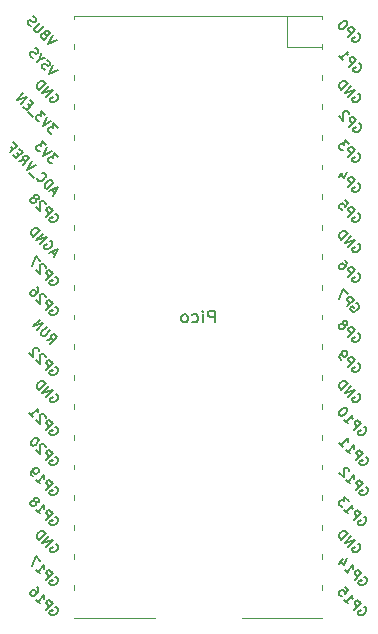
<source format=gbr>
%TF.GenerationSoftware,KiCad,Pcbnew,(5.1.10)-1*%
%TF.CreationDate,2022-09-07T09:40:49-04:00*%
%TF.ProjectId,BlenderMacroBoardPCB,426c656e-6465-4724-9d61-63726f426f61,rev?*%
%TF.SameCoordinates,Original*%
%TF.FileFunction,Legend,Bot*%
%TF.FilePolarity,Positive*%
%FSLAX46Y46*%
G04 Gerber Fmt 4.6, Leading zero omitted, Abs format (unit mm)*
G04 Created by KiCad (PCBNEW (5.1.10)-1) date 2022-09-07 09:40:49*
%MOMM*%
%LPD*%
G01*
G04 APERTURE LIST*
%ADD10C,0.120000*%
%ADD11C,0.150000*%
G04 APERTURE END LIST*
D10*
%TO.C,Pico*%
X139360000Y-94715000D02*
X146160000Y-94715000D01*
X139360000Y-84315000D02*
X139360000Y-84715000D01*
X139360000Y-76615000D02*
X139360000Y-77015000D01*
X139360000Y-51215000D02*
X139360000Y-51615000D01*
X139360000Y-43715000D02*
X139360000Y-44015000D01*
X139360000Y-66515000D02*
X139360000Y-66915000D01*
X139360000Y-81715000D02*
X139360000Y-82115000D01*
X139360000Y-61415000D02*
X139360000Y-61815000D01*
X139360000Y-56315000D02*
X139360000Y-56715000D01*
X139360000Y-69015000D02*
X139360000Y-69415000D01*
X139360000Y-74115000D02*
X139360000Y-74515000D01*
X139360000Y-89315000D02*
X139360000Y-89715000D01*
X139360000Y-91915000D02*
X139360000Y-92315000D01*
X139360000Y-86815000D02*
X139360000Y-87215000D01*
X139360000Y-53815000D02*
X139360000Y-54215000D01*
X139360000Y-46115000D02*
X139360000Y-46515000D01*
X139360000Y-48715000D02*
X139360000Y-49115000D01*
X139360000Y-79215000D02*
X139360000Y-79615000D01*
X139360000Y-71515000D02*
X139360000Y-71915000D01*
X139360000Y-63915000D02*
X139360000Y-64315000D01*
X139360000Y-58815000D02*
X139360000Y-59215000D01*
X160360000Y-91915000D02*
X160360000Y-92315000D01*
X160360000Y-89315000D02*
X160360000Y-89715000D01*
X160360000Y-86815000D02*
X160360000Y-87215000D01*
X160360000Y-84315000D02*
X160360000Y-84715000D01*
X160360000Y-81715000D02*
X160360000Y-82115000D01*
X160360000Y-79215000D02*
X160360000Y-79615000D01*
X160360000Y-76615000D02*
X160360000Y-77015000D01*
X160360000Y-74115000D02*
X160360000Y-74515000D01*
X160360000Y-71515000D02*
X160360000Y-71915000D01*
X160360000Y-69015000D02*
X160360000Y-69415000D01*
X160360000Y-66515000D02*
X160360000Y-66915000D01*
X160360000Y-63915000D02*
X160360000Y-64315000D01*
X160360000Y-61415000D02*
X160360000Y-61815000D01*
X160360000Y-58815000D02*
X160360000Y-59215000D01*
X160360000Y-56315000D02*
X160360000Y-56715000D01*
X160360000Y-53815000D02*
X160360000Y-54215000D01*
X160360000Y-51215000D02*
X160360000Y-51615000D01*
X160360000Y-48715000D02*
X160360000Y-49115000D01*
X160360000Y-46115000D02*
X160360000Y-46515000D01*
X160360000Y-43715000D02*
X160360000Y-44015000D01*
X157353000Y-46382000D02*
X157353000Y-43715000D01*
X160360000Y-46382000D02*
X157353000Y-46382000D01*
X153560000Y-94715000D02*
X160360000Y-94715000D01*
X160360000Y-43715000D02*
X139360000Y-43715000D01*
D11*
X151240952Y-69667380D02*
X151240952Y-68667380D01*
X150860000Y-68667380D01*
X150764761Y-68715000D01*
X150717142Y-68762619D01*
X150669523Y-68857857D01*
X150669523Y-69000714D01*
X150717142Y-69095952D01*
X150764761Y-69143571D01*
X150860000Y-69191190D01*
X151240952Y-69191190D01*
X150240952Y-69667380D02*
X150240952Y-69000714D01*
X150240952Y-68667380D02*
X150288571Y-68715000D01*
X150240952Y-68762619D01*
X150193333Y-68715000D01*
X150240952Y-68667380D01*
X150240952Y-68762619D01*
X149336190Y-69619761D02*
X149431428Y-69667380D01*
X149621904Y-69667380D01*
X149717142Y-69619761D01*
X149764761Y-69572142D01*
X149812380Y-69476904D01*
X149812380Y-69191190D01*
X149764761Y-69095952D01*
X149717142Y-69048333D01*
X149621904Y-69000714D01*
X149431428Y-69000714D01*
X149336190Y-69048333D01*
X148764761Y-69667380D02*
X148860000Y-69619761D01*
X148907619Y-69572142D01*
X148955238Y-69476904D01*
X148955238Y-69191190D01*
X148907619Y-69095952D01*
X148860000Y-69048333D01*
X148764761Y-69000714D01*
X148621904Y-69000714D01*
X148526666Y-69048333D01*
X148479047Y-69095952D01*
X148431428Y-69191190D01*
X148431428Y-69476904D01*
X148479047Y-69572142D01*
X148526666Y-69619761D01*
X148621904Y-69667380D01*
X148764761Y-69667380D01*
X137708402Y-63955964D02*
X137439028Y-63686590D01*
X137600653Y-64171463D02*
X137977776Y-63417216D01*
X137223529Y-63794340D01*
X137277404Y-62770719D02*
X137358216Y-62797656D01*
X137439028Y-62878468D01*
X137492903Y-62986218D01*
X137492903Y-63093967D01*
X137465966Y-63174780D01*
X137385154Y-63309467D01*
X137304341Y-63390279D01*
X137169654Y-63471091D01*
X137088842Y-63498028D01*
X136981093Y-63498028D01*
X136873343Y-63444154D01*
X136819468Y-63390279D01*
X136765593Y-63282529D01*
X136765593Y-63228654D01*
X136954155Y-63040093D01*
X137061905Y-63147842D01*
X136469282Y-63040093D02*
X137034967Y-62474407D01*
X136146033Y-62716844D01*
X136711719Y-62151158D01*
X135876659Y-62447470D02*
X136442345Y-61881784D01*
X136307658Y-61747097D01*
X136199908Y-61693223D01*
X136092158Y-61693223D01*
X136011346Y-61720160D01*
X135876659Y-61800972D01*
X135795847Y-61881784D01*
X135715035Y-62016471D01*
X135688097Y-62097284D01*
X135688097Y-62205033D01*
X135741972Y-62312783D01*
X135876659Y-62447470D01*
X137773841Y-50313155D02*
X137854653Y-50340093D01*
X137935465Y-50420905D01*
X137989340Y-50528654D01*
X137989340Y-50636404D01*
X137962402Y-50717216D01*
X137881590Y-50851903D01*
X137800778Y-50932715D01*
X137666091Y-51013528D01*
X137585279Y-51040465D01*
X137477529Y-51040465D01*
X137369780Y-50986590D01*
X137315905Y-50932715D01*
X137262030Y-50824966D01*
X137262030Y-50771091D01*
X137450592Y-50582529D01*
X137558341Y-50690279D01*
X136965719Y-50582529D02*
X137531404Y-50016844D01*
X136642470Y-50259280D01*
X137208155Y-49693595D01*
X136373096Y-49989906D02*
X136938781Y-49424221D01*
X136804094Y-49289534D01*
X136696345Y-49235659D01*
X136588595Y-49235659D01*
X136507783Y-49262597D01*
X136373096Y-49343409D01*
X136292284Y-49424221D01*
X136211471Y-49558908D01*
X136184534Y-49639720D01*
X136184534Y-49747470D01*
X136238409Y-49855219D01*
X136373096Y-49989906D01*
X137773841Y-75713155D02*
X137854653Y-75740093D01*
X137935465Y-75820905D01*
X137989340Y-75928654D01*
X137989340Y-76036404D01*
X137962402Y-76117216D01*
X137881590Y-76251903D01*
X137800778Y-76332715D01*
X137666091Y-76413528D01*
X137585279Y-76440465D01*
X137477529Y-76440465D01*
X137369780Y-76386590D01*
X137315905Y-76332715D01*
X137262030Y-76224966D01*
X137262030Y-76171091D01*
X137450592Y-75982529D01*
X137558341Y-76090279D01*
X136965719Y-75982529D02*
X137531404Y-75416844D01*
X136642470Y-75659280D01*
X137208155Y-75093595D01*
X136373096Y-75389906D02*
X136938781Y-74824221D01*
X136804094Y-74689534D01*
X136696345Y-74635659D01*
X136588595Y-74635659D01*
X136507783Y-74662597D01*
X136373096Y-74743409D01*
X136292284Y-74824221D01*
X136211471Y-74958908D01*
X136184534Y-75039720D01*
X136184534Y-75147470D01*
X136238409Y-75255219D01*
X136373096Y-75389906D01*
X137773841Y-88413155D02*
X137854653Y-88440093D01*
X137935465Y-88520905D01*
X137989340Y-88628654D01*
X137989340Y-88736404D01*
X137962402Y-88817216D01*
X137881590Y-88951903D01*
X137800778Y-89032715D01*
X137666091Y-89113528D01*
X137585279Y-89140465D01*
X137477529Y-89140465D01*
X137369780Y-89086590D01*
X137315905Y-89032715D01*
X137262030Y-88924966D01*
X137262030Y-88871091D01*
X137450592Y-88682529D01*
X137558341Y-88790279D01*
X136965719Y-88682529D02*
X137531404Y-88116844D01*
X136642470Y-88359280D01*
X137208155Y-87793595D01*
X136373096Y-88089906D02*
X136938781Y-87524221D01*
X136804094Y-87389534D01*
X136696345Y-87335659D01*
X136588595Y-87335659D01*
X136507783Y-87362597D01*
X136373096Y-87443409D01*
X136292284Y-87524221D01*
X136211471Y-87658908D01*
X136184534Y-87739720D01*
X136184534Y-87847470D01*
X136238409Y-87955219D01*
X136373096Y-88089906D01*
X163373841Y-88413155D02*
X163454653Y-88440093D01*
X163535465Y-88520905D01*
X163589340Y-88628654D01*
X163589340Y-88736404D01*
X163562402Y-88817216D01*
X163481590Y-88951903D01*
X163400778Y-89032715D01*
X163266091Y-89113528D01*
X163185279Y-89140465D01*
X163077529Y-89140465D01*
X162969780Y-89086590D01*
X162915905Y-89032715D01*
X162862030Y-88924966D01*
X162862030Y-88871091D01*
X163050592Y-88682529D01*
X163158341Y-88790279D01*
X162565719Y-88682529D02*
X163131404Y-88116844D01*
X162242470Y-88359280D01*
X162808155Y-87793595D01*
X161973096Y-88089906D02*
X162538781Y-87524221D01*
X162404094Y-87389534D01*
X162296345Y-87335659D01*
X162188595Y-87335659D01*
X162107783Y-87362597D01*
X161973096Y-87443409D01*
X161892284Y-87524221D01*
X161811471Y-87658908D01*
X161784534Y-87739720D01*
X161784534Y-87847470D01*
X161838409Y-87955219D01*
X161973096Y-88089906D01*
X163373841Y-75713155D02*
X163454653Y-75740093D01*
X163535465Y-75820905D01*
X163589340Y-75928654D01*
X163589340Y-76036404D01*
X163562402Y-76117216D01*
X163481590Y-76251903D01*
X163400778Y-76332715D01*
X163266091Y-76413528D01*
X163185279Y-76440465D01*
X163077529Y-76440465D01*
X162969780Y-76386590D01*
X162915905Y-76332715D01*
X162862030Y-76224966D01*
X162862030Y-76171091D01*
X163050592Y-75982529D01*
X163158341Y-76090279D01*
X162565719Y-75982529D02*
X163131404Y-75416844D01*
X162242470Y-75659280D01*
X162808155Y-75093595D01*
X161973096Y-75389906D02*
X162538781Y-74824221D01*
X162404094Y-74689534D01*
X162296345Y-74635659D01*
X162188595Y-74635659D01*
X162107783Y-74662597D01*
X161973096Y-74743409D01*
X161892284Y-74824221D01*
X161811471Y-74958908D01*
X161784534Y-75039720D01*
X161784534Y-75147470D01*
X161838409Y-75255219D01*
X161973096Y-75389906D01*
X163373841Y-63013155D02*
X163454653Y-63040093D01*
X163535465Y-63120905D01*
X163589340Y-63228654D01*
X163589340Y-63336404D01*
X163562402Y-63417216D01*
X163481590Y-63551903D01*
X163400778Y-63632715D01*
X163266091Y-63713528D01*
X163185279Y-63740465D01*
X163077529Y-63740465D01*
X162969780Y-63686590D01*
X162915905Y-63632715D01*
X162862030Y-63524966D01*
X162862030Y-63471091D01*
X163050592Y-63282529D01*
X163158341Y-63390279D01*
X162565719Y-63282529D02*
X163131404Y-62716844D01*
X162242470Y-62959280D01*
X162808155Y-62393595D01*
X161973096Y-62689906D02*
X162538781Y-62124221D01*
X162404094Y-61989534D01*
X162296345Y-61935659D01*
X162188595Y-61935659D01*
X162107783Y-61962597D01*
X161973096Y-62043409D01*
X161892284Y-62124221D01*
X161811471Y-62258908D01*
X161784534Y-62339720D01*
X161784534Y-62447470D01*
X161838409Y-62555219D01*
X161973096Y-62689906D01*
X163373841Y-50313155D02*
X163454653Y-50340093D01*
X163535465Y-50420905D01*
X163589340Y-50528654D01*
X163589340Y-50636404D01*
X163562402Y-50717216D01*
X163481590Y-50851903D01*
X163400778Y-50932715D01*
X163266091Y-51013528D01*
X163185279Y-51040465D01*
X163077529Y-51040465D01*
X162969780Y-50986590D01*
X162915905Y-50932715D01*
X162862030Y-50824966D01*
X162862030Y-50771091D01*
X163050592Y-50582529D01*
X163158341Y-50690279D01*
X162565719Y-50582529D02*
X163131404Y-50016844D01*
X162242470Y-50259280D01*
X162808155Y-49693595D01*
X161973096Y-49989906D02*
X162538781Y-49424221D01*
X162404094Y-49289534D01*
X162296345Y-49235659D01*
X162188595Y-49235659D01*
X162107783Y-49262597D01*
X161973096Y-49343409D01*
X161892284Y-49424221D01*
X161811471Y-49558908D01*
X161784534Y-49639720D01*
X161784534Y-49747470D01*
X161838409Y-49855219D01*
X161973096Y-49989906D01*
X137906870Y-45742309D02*
X137152622Y-46119433D01*
X137529746Y-45365186D01*
X136883248Y-45257436D02*
X136775499Y-45203561D01*
X136721624Y-45203561D01*
X136640812Y-45230499D01*
X136560000Y-45311311D01*
X136533062Y-45392123D01*
X136533062Y-45445998D01*
X136560000Y-45526810D01*
X136775499Y-45742309D01*
X137341184Y-45176624D01*
X137152622Y-44988062D01*
X137071810Y-44961125D01*
X137017935Y-44961125D01*
X136937123Y-44988062D01*
X136883248Y-45041937D01*
X136856311Y-45122749D01*
X136856311Y-45176624D01*
X136883248Y-45257436D01*
X137071810Y-45445998D01*
X136775499Y-44610938D02*
X136317563Y-45068874D01*
X136236751Y-45095812D01*
X136182876Y-45095812D01*
X136102064Y-45068874D01*
X135994314Y-44961125D01*
X135967377Y-44880312D01*
X135967377Y-44826438D01*
X135994314Y-44745625D01*
X136452250Y-44287690D01*
X135671065Y-44584001D02*
X135563316Y-44530126D01*
X135428629Y-44395439D01*
X135401691Y-44314627D01*
X135401691Y-44260752D01*
X135428629Y-44179940D01*
X135482503Y-44126065D01*
X135563316Y-44099128D01*
X135617190Y-44099128D01*
X135698003Y-44126065D01*
X135832690Y-44206877D01*
X135913502Y-44233815D01*
X135967377Y-44233815D01*
X136048189Y-44206877D01*
X136102064Y-44153003D01*
X136129001Y-44072190D01*
X136129001Y-44018316D01*
X136102064Y-43937503D01*
X135967377Y-43802816D01*
X135859627Y-43748942D01*
X137939526Y-48284966D02*
X137185279Y-48662089D01*
X137562402Y-47907842D01*
X136862030Y-48284966D02*
X136754280Y-48231091D01*
X136619593Y-48096404D01*
X136592656Y-48015592D01*
X136592656Y-47961717D01*
X136619593Y-47880905D01*
X136673468Y-47827030D01*
X136754280Y-47800093D01*
X136808155Y-47800093D01*
X136888967Y-47827030D01*
X137023654Y-47907842D01*
X137104467Y-47934780D01*
X137158341Y-47934780D01*
X137239154Y-47907842D01*
X137293028Y-47853967D01*
X137319966Y-47773155D01*
X137319966Y-47719280D01*
X137293028Y-47638468D01*
X137158341Y-47503781D01*
X137050592Y-47449906D01*
X136431032Y-47369094D02*
X136161658Y-47638468D01*
X136915905Y-47261345D02*
X136431032Y-47369094D01*
X136538781Y-46884221D01*
X135838409Y-47261345D02*
X135730659Y-47207470D01*
X135595972Y-47072783D01*
X135569035Y-46991971D01*
X135569035Y-46938096D01*
X135595972Y-46857284D01*
X135649847Y-46803409D01*
X135730659Y-46776471D01*
X135784534Y-46776471D01*
X135865346Y-46803409D01*
X136000033Y-46884221D01*
X136080845Y-46911158D01*
X136134720Y-46911158D01*
X136215532Y-46884221D01*
X136269407Y-46830346D01*
X136296345Y-46749534D01*
X136296345Y-46695659D01*
X136269407Y-46614847D01*
X136134720Y-46480160D01*
X136026971Y-46426285D01*
X137937868Y-53173308D02*
X137587682Y-52823122D01*
X137560744Y-53227183D01*
X137479932Y-53146370D01*
X137399120Y-53119433D01*
X137345245Y-53119433D01*
X137264433Y-53146370D01*
X137129746Y-53281057D01*
X137102809Y-53361870D01*
X137102809Y-53415744D01*
X137129746Y-53496557D01*
X137291370Y-53658181D01*
X137372183Y-53685118D01*
X137426057Y-53685118D01*
X137426057Y-52661497D02*
X136671810Y-53038621D01*
X137048934Y-52284374D01*
X136914247Y-52149687D02*
X136564061Y-51799500D01*
X136537123Y-52203561D01*
X136456311Y-52122749D01*
X136375499Y-52095812D01*
X136321624Y-52095812D01*
X136240812Y-52122749D01*
X136106125Y-52257436D01*
X136079187Y-52338248D01*
X136079187Y-52392123D01*
X136106125Y-52472935D01*
X136267749Y-52634560D01*
X136348561Y-52661497D01*
X136402436Y-52661497D01*
X135836751Y-52311311D02*
X135405752Y-51880312D01*
X135621251Y-51395439D02*
X135432690Y-51206877D01*
X135055566Y-51422377D02*
X135324940Y-51691751D01*
X135890625Y-51126065D01*
X135621251Y-50856691D01*
X134813129Y-51179940D02*
X135378815Y-50614255D01*
X134489881Y-50856691D01*
X135055566Y-50291006D01*
X137970152Y-55705592D02*
X137619966Y-55355406D01*
X137593028Y-55759467D01*
X137512216Y-55678654D01*
X137431404Y-55651717D01*
X137377529Y-55651717D01*
X137296717Y-55678654D01*
X137162030Y-55813341D01*
X137135093Y-55894154D01*
X137135093Y-55948028D01*
X137162030Y-56028841D01*
X137323654Y-56190465D01*
X137404467Y-56217402D01*
X137458341Y-56217402D01*
X137458341Y-55193781D02*
X136704094Y-55570905D01*
X137081218Y-54816658D01*
X136946531Y-54681971D02*
X136596345Y-54331784D01*
X136569407Y-54735845D01*
X136488595Y-54655033D01*
X136407783Y-54628096D01*
X136353908Y-54628096D01*
X136273096Y-54655033D01*
X136138409Y-54789720D01*
X136111471Y-54870532D01*
X136111471Y-54924407D01*
X136138409Y-55005219D01*
X136300033Y-55166844D01*
X136380845Y-55193781D01*
X136434720Y-55193781D01*
X137705211Y-58748773D02*
X137435837Y-58479399D01*
X137597462Y-58964272D02*
X137974585Y-58210025D01*
X137220338Y-58587149D01*
X137031776Y-58398587D02*
X137597462Y-57832902D01*
X137462775Y-57698215D01*
X137355025Y-57644340D01*
X137247276Y-57644340D01*
X137166463Y-57671277D01*
X137031776Y-57752089D01*
X136950964Y-57832902D01*
X136870152Y-57967589D01*
X136843215Y-58048401D01*
X136843215Y-58156150D01*
X136897089Y-58263900D01*
X137031776Y-58398587D01*
X136196717Y-57455778D02*
X136196717Y-57509653D01*
X136250592Y-57617402D01*
X136304467Y-57671277D01*
X136412216Y-57725152D01*
X136519966Y-57725152D01*
X136600778Y-57698215D01*
X136735465Y-57617402D01*
X136816277Y-57536590D01*
X136897089Y-57401903D01*
X136924027Y-57321091D01*
X136924027Y-57213341D01*
X136870152Y-57105592D01*
X136816277Y-57051717D01*
X136708528Y-56997842D01*
X136654653Y-56997842D01*
X135981218Y-57455778D02*
X135550219Y-57024780D01*
X136115905Y-56351345D02*
X135361658Y-56728468D01*
X135738781Y-55974221D01*
X134661285Y-56028096D02*
X135119221Y-55947284D01*
X134984534Y-56351345D02*
X135550219Y-55785659D01*
X135334720Y-55570160D01*
X135253908Y-55543223D01*
X135200033Y-55543223D01*
X135119221Y-55570160D01*
X135038409Y-55650972D01*
X135011471Y-55731784D01*
X135011471Y-55785659D01*
X135038409Y-55866471D01*
X135253908Y-56081971D01*
X134715160Y-55489348D02*
X134526598Y-55300786D01*
X134149475Y-55516285D02*
X134418849Y-55785659D01*
X134984534Y-55219974D01*
X134715160Y-54950600D01*
X134014788Y-54788975D02*
X134203349Y-54977537D01*
X133907038Y-55273849D02*
X134472723Y-54708163D01*
X134203349Y-54438789D01*
X137762277Y-60461592D02*
X137843089Y-60488529D01*
X137923902Y-60569341D01*
X137977776Y-60677091D01*
X137977776Y-60784841D01*
X137950839Y-60865653D01*
X137870027Y-61000340D01*
X137789215Y-61081152D01*
X137654528Y-61161964D01*
X137573715Y-61188902D01*
X137465966Y-61188902D01*
X137358216Y-61135027D01*
X137304341Y-61081152D01*
X137250467Y-60973402D01*
X137250467Y-60919528D01*
X137439028Y-60730966D01*
X137546778Y-60838715D01*
X136954155Y-60730966D02*
X137519841Y-60165280D01*
X137304341Y-59949781D01*
X137223529Y-59922844D01*
X137169654Y-59922844D01*
X137088842Y-59949781D01*
X137008030Y-60030593D01*
X136981093Y-60111406D01*
X136981093Y-60165280D01*
X137008030Y-60246093D01*
X137223529Y-60461592D01*
X136927218Y-59680407D02*
X136927218Y-59626532D01*
X136900280Y-59545720D01*
X136765593Y-59411033D01*
X136684781Y-59384096D01*
X136630906Y-59384096D01*
X136550094Y-59411033D01*
X136496219Y-59464908D01*
X136442345Y-59572658D01*
X136442345Y-60219155D01*
X136092158Y-59868969D01*
X136092158Y-59222471D02*
X136172971Y-59249409D01*
X136226845Y-59249409D01*
X136307658Y-59222471D01*
X136334595Y-59195534D01*
X136361532Y-59114722D01*
X136361532Y-59060847D01*
X136334595Y-58980035D01*
X136226845Y-58872285D01*
X136146033Y-58845348D01*
X136092158Y-58845348D01*
X136011346Y-58872285D01*
X135984409Y-58899223D01*
X135957471Y-58980035D01*
X135957471Y-59033910D01*
X135984409Y-59114722D01*
X136092158Y-59222471D01*
X136119096Y-59303284D01*
X136119096Y-59357158D01*
X136092158Y-59437971D01*
X135984409Y-59545720D01*
X135903597Y-59572658D01*
X135849722Y-59572658D01*
X135768910Y-59545720D01*
X135661160Y-59437971D01*
X135634223Y-59357158D01*
X135634223Y-59303284D01*
X135661160Y-59222471D01*
X135768910Y-59114722D01*
X135849722Y-59087784D01*
X135903597Y-59087784D01*
X135984409Y-59114722D01*
X137762277Y-65805592D02*
X137843089Y-65832529D01*
X137923902Y-65913341D01*
X137977776Y-66021091D01*
X137977776Y-66128841D01*
X137950839Y-66209653D01*
X137870027Y-66344340D01*
X137789215Y-66425152D01*
X137654528Y-66505964D01*
X137573715Y-66532902D01*
X137465966Y-66532902D01*
X137358216Y-66479027D01*
X137304341Y-66425152D01*
X137250467Y-66317402D01*
X137250467Y-66263528D01*
X137439028Y-66074966D01*
X137546778Y-66182715D01*
X136954155Y-66074966D02*
X137519841Y-65509280D01*
X137304341Y-65293781D01*
X137223529Y-65266844D01*
X137169654Y-65266844D01*
X137088842Y-65293781D01*
X137008030Y-65374593D01*
X136981093Y-65455406D01*
X136981093Y-65509280D01*
X137008030Y-65590093D01*
X137223529Y-65805592D01*
X136927218Y-65024407D02*
X136927218Y-64970532D01*
X136900280Y-64889720D01*
X136765593Y-64755033D01*
X136684781Y-64728096D01*
X136630906Y-64728096D01*
X136550094Y-64755033D01*
X136496219Y-64808908D01*
X136442345Y-64916658D01*
X136442345Y-65563155D01*
X136092158Y-65212969D01*
X136469282Y-64458722D02*
X136092158Y-64081598D01*
X135768910Y-64889720D01*
X137762277Y-68335592D02*
X137843089Y-68362529D01*
X137923902Y-68443341D01*
X137977776Y-68551091D01*
X137977776Y-68658841D01*
X137950839Y-68739653D01*
X137870027Y-68874340D01*
X137789215Y-68955152D01*
X137654528Y-69035964D01*
X137573715Y-69062902D01*
X137465966Y-69062902D01*
X137358216Y-69009027D01*
X137304341Y-68955152D01*
X137250467Y-68847402D01*
X137250467Y-68793528D01*
X137439028Y-68604966D01*
X137546778Y-68712715D01*
X136954155Y-68604966D02*
X137519841Y-68039280D01*
X137304341Y-67823781D01*
X137223529Y-67796844D01*
X137169654Y-67796844D01*
X137088842Y-67823781D01*
X137008030Y-67904593D01*
X136981093Y-67985406D01*
X136981093Y-68039280D01*
X137008030Y-68120093D01*
X137223529Y-68335592D01*
X136927218Y-67554407D02*
X136927218Y-67500532D01*
X136900280Y-67419720D01*
X136765593Y-67285033D01*
X136684781Y-67258096D01*
X136630906Y-67258096D01*
X136550094Y-67285033D01*
X136496219Y-67338908D01*
X136442345Y-67446658D01*
X136442345Y-68093155D01*
X136092158Y-67742969D01*
X136172971Y-66692410D02*
X136280720Y-66800160D01*
X136307658Y-66880972D01*
X136307658Y-66934847D01*
X136280720Y-67069534D01*
X136199908Y-67204221D01*
X135984409Y-67419720D01*
X135903597Y-67446658D01*
X135849722Y-67446658D01*
X135768910Y-67419720D01*
X135661160Y-67311971D01*
X135634223Y-67231158D01*
X135634223Y-67177284D01*
X135661160Y-67096471D01*
X135795847Y-66961784D01*
X135876659Y-66934847D01*
X135930534Y-66934847D01*
X136011346Y-66961784D01*
X136119096Y-67069534D01*
X136146033Y-67150346D01*
X136146033Y-67204221D01*
X136119096Y-67285033D01*
X137021624Y-71158435D02*
X137479560Y-71077622D01*
X137344873Y-71481683D02*
X137910558Y-70915998D01*
X137695059Y-70700499D01*
X137614247Y-70673561D01*
X137560372Y-70673561D01*
X137479560Y-70700499D01*
X137398748Y-70781311D01*
X137371810Y-70862123D01*
X137371810Y-70915998D01*
X137398748Y-70996810D01*
X137614247Y-71212309D01*
X137344873Y-70350312D02*
X136886937Y-70808248D01*
X136806125Y-70835186D01*
X136752250Y-70835186D01*
X136671438Y-70808248D01*
X136563688Y-70700499D01*
X136536751Y-70619687D01*
X136536751Y-70565812D01*
X136563688Y-70485000D01*
X137021624Y-70027064D01*
X136186564Y-70323375D02*
X136752250Y-69757690D01*
X135863316Y-70000126D01*
X136429001Y-69434441D01*
X137762277Y-73415592D02*
X137843089Y-73442529D01*
X137923902Y-73523341D01*
X137977776Y-73631091D01*
X137977776Y-73738841D01*
X137950839Y-73819653D01*
X137870027Y-73954340D01*
X137789215Y-74035152D01*
X137654528Y-74115964D01*
X137573715Y-74142902D01*
X137465966Y-74142902D01*
X137358216Y-74089027D01*
X137304341Y-74035152D01*
X137250467Y-73927402D01*
X137250467Y-73873528D01*
X137439028Y-73684966D01*
X137546778Y-73792715D01*
X136954155Y-73684966D02*
X137519841Y-73119280D01*
X137304341Y-72903781D01*
X137223529Y-72876844D01*
X137169654Y-72876844D01*
X137088842Y-72903781D01*
X137008030Y-72984593D01*
X136981093Y-73065406D01*
X136981093Y-73119280D01*
X137008030Y-73200093D01*
X137223529Y-73415592D01*
X136927218Y-72634407D02*
X136927218Y-72580532D01*
X136900280Y-72499720D01*
X136765593Y-72365033D01*
X136684781Y-72338096D01*
X136630906Y-72338096D01*
X136550094Y-72365033D01*
X136496219Y-72418908D01*
X136442345Y-72526658D01*
X136442345Y-73173155D01*
X136092158Y-72822969D01*
X136388470Y-72095659D02*
X136388470Y-72041784D01*
X136361532Y-71960972D01*
X136226845Y-71826285D01*
X136146033Y-71799348D01*
X136092158Y-71799348D01*
X136011346Y-71826285D01*
X135957471Y-71880160D01*
X135903597Y-71987910D01*
X135903597Y-72634407D01*
X135553410Y-72284221D01*
X137762277Y-78505592D02*
X137843089Y-78532529D01*
X137923902Y-78613341D01*
X137977776Y-78721091D01*
X137977776Y-78828841D01*
X137950839Y-78909653D01*
X137870027Y-79044340D01*
X137789215Y-79125152D01*
X137654528Y-79205964D01*
X137573715Y-79232902D01*
X137465966Y-79232902D01*
X137358216Y-79179027D01*
X137304341Y-79125152D01*
X137250467Y-79017402D01*
X137250467Y-78963528D01*
X137439028Y-78774966D01*
X137546778Y-78882715D01*
X136954155Y-78774966D02*
X137519841Y-78209280D01*
X137304341Y-77993781D01*
X137223529Y-77966844D01*
X137169654Y-77966844D01*
X137088842Y-77993781D01*
X137008030Y-78074593D01*
X136981093Y-78155406D01*
X136981093Y-78209280D01*
X137008030Y-78290093D01*
X137223529Y-78505592D01*
X136927218Y-77724407D02*
X136927218Y-77670532D01*
X136900280Y-77589720D01*
X136765593Y-77455033D01*
X136684781Y-77428096D01*
X136630906Y-77428096D01*
X136550094Y-77455033D01*
X136496219Y-77508908D01*
X136442345Y-77616658D01*
X136442345Y-78263155D01*
X136092158Y-77912969D01*
X135553410Y-77374221D02*
X135876659Y-77697470D01*
X135715035Y-77535845D02*
X136280720Y-76970160D01*
X136253783Y-77104847D01*
X136253783Y-77212597D01*
X136280720Y-77293409D01*
X137762277Y-81035592D02*
X137843089Y-81062529D01*
X137923902Y-81143341D01*
X137977776Y-81251091D01*
X137977776Y-81358841D01*
X137950839Y-81439653D01*
X137870027Y-81574340D01*
X137789215Y-81655152D01*
X137654528Y-81735964D01*
X137573715Y-81762902D01*
X137465966Y-81762902D01*
X137358216Y-81709027D01*
X137304341Y-81655152D01*
X137250467Y-81547402D01*
X137250467Y-81493528D01*
X137439028Y-81304966D01*
X137546778Y-81412715D01*
X136954155Y-81304966D02*
X137519841Y-80739280D01*
X137304341Y-80523781D01*
X137223529Y-80496844D01*
X137169654Y-80496844D01*
X137088842Y-80523781D01*
X137008030Y-80604593D01*
X136981093Y-80685406D01*
X136981093Y-80739280D01*
X137008030Y-80820093D01*
X137223529Y-81035592D01*
X136927218Y-80254407D02*
X136927218Y-80200532D01*
X136900280Y-80119720D01*
X136765593Y-79985033D01*
X136684781Y-79958096D01*
X136630906Y-79958096D01*
X136550094Y-79985033D01*
X136496219Y-80038908D01*
X136442345Y-80146658D01*
X136442345Y-80793155D01*
X136092158Y-80442969D01*
X136307658Y-79527097D02*
X136253783Y-79473223D01*
X136172971Y-79446285D01*
X136119096Y-79446285D01*
X136038284Y-79473223D01*
X135903597Y-79554035D01*
X135768910Y-79688722D01*
X135688097Y-79823409D01*
X135661160Y-79904221D01*
X135661160Y-79958096D01*
X135688097Y-80038908D01*
X135741972Y-80092783D01*
X135822784Y-80119720D01*
X135876659Y-80119720D01*
X135957471Y-80092783D01*
X136092158Y-80011971D01*
X136226845Y-79877284D01*
X136307658Y-79742597D01*
X136334595Y-79661784D01*
X136334595Y-79607910D01*
X136307658Y-79527097D01*
X137762277Y-83575592D02*
X137843089Y-83602529D01*
X137923902Y-83683341D01*
X137977776Y-83791091D01*
X137977776Y-83898841D01*
X137950839Y-83979653D01*
X137870027Y-84114340D01*
X137789215Y-84195152D01*
X137654528Y-84275964D01*
X137573715Y-84302902D01*
X137465966Y-84302902D01*
X137358216Y-84249027D01*
X137304341Y-84195152D01*
X137250467Y-84087402D01*
X137250467Y-84033528D01*
X137439028Y-83844966D01*
X137546778Y-83952715D01*
X136954155Y-83844966D02*
X137519841Y-83279280D01*
X137304341Y-83063781D01*
X137223529Y-83036844D01*
X137169654Y-83036844D01*
X137088842Y-83063781D01*
X137008030Y-83144593D01*
X136981093Y-83225406D01*
X136981093Y-83279280D01*
X137008030Y-83360093D01*
X137223529Y-83575592D01*
X136092158Y-82982969D02*
X136415407Y-83306218D01*
X136253783Y-83144593D02*
X136819468Y-82578908D01*
X136792531Y-82713595D01*
X136792531Y-82821345D01*
X136819468Y-82902157D01*
X135822784Y-82713595D02*
X135715035Y-82605845D01*
X135688097Y-82525033D01*
X135688097Y-82471158D01*
X135715035Y-82336471D01*
X135795847Y-82201784D01*
X136011346Y-81986285D01*
X136092158Y-81959348D01*
X136146033Y-81959348D01*
X136226845Y-81986285D01*
X136334595Y-82094035D01*
X136361532Y-82174847D01*
X136361532Y-82228722D01*
X136334595Y-82309534D01*
X136199908Y-82444221D01*
X136119096Y-82471158D01*
X136065221Y-82471158D01*
X135984409Y-82444221D01*
X135876659Y-82336471D01*
X135849722Y-82255659D01*
X135849722Y-82201784D01*
X135876659Y-82120972D01*
X137762277Y-86115592D02*
X137843089Y-86142529D01*
X137923902Y-86223341D01*
X137977776Y-86331091D01*
X137977776Y-86438841D01*
X137950839Y-86519653D01*
X137870027Y-86654340D01*
X137789215Y-86735152D01*
X137654528Y-86815964D01*
X137573715Y-86842902D01*
X137465966Y-86842902D01*
X137358216Y-86789027D01*
X137304341Y-86735152D01*
X137250467Y-86627402D01*
X137250467Y-86573528D01*
X137439028Y-86384966D01*
X137546778Y-86492715D01*
X136954155Y-86384966D02*
X137519841Y-85819280D01*
X137304341Y-85603781D01*
X137223529Y-85576844D01*
X137169654Y-85576844D01*
X137088842Y-85603781D01*
X137008030Y-85684593D01*
X136981093Y-85765406D01*
X136981093Y-85819280D01*
X137008030Y-85900093D01*
X137223529Y-86115592D01*
X136092158Y-85522969D02*
X136415407Y-85846218D01*
X136253783Y-85684593D02*
X136819468Y-85118908D01*
X136792531Y-85253595D01*
X136792531Y-85361345D01*
X136819468Y-85442157D01*
X136092158Y-84876471D02*
X136172971Y-84903409D01*
X136226845Y-84903409D01*
X136307658Y-84876471D01*
X136334595Y-84849534D01*
X136361532Y-84768722D01*
X136361532Y-84714847D01*
X136334595Y-84634035D01*
X136226845Y-84526285D01*
X136146033Y-84499348D01*
X136092158Y-84499348D01*
X136011346Y-84526285D01*
X135984409Y-84553223D01*
X135957471Y-84634035D01*
X135957471Y-84687910D01*
X135984409Y-84768722D01*
X136092158Y-84876471D01*
X136119096Y-84957284D01*
X136119096Y-85011158D01*
X136092158Y-85091971D01*
X135984409Y-85199720D01*
X135903597Y-85226658D01*
X135849722Y-85226658D01*
X135768910Y-85199720D01*
X135661160Y-85091971D01*
X135634223Y-85011158D01*
X135634223Y-84957284D01*
X135661160Y-84876471D01*
X135768910Y-84768722D01*
X135849722Y-84741784D01*
X135903597Y-84741784D01*
X135984409Y-84768722D01*
X137762277Y-91195592D02*
X137843089Y-91222529D01*
X137923902Y-91303341D01*
X137977776Y-91411091D01*
X137977776Y-91518841D01*
X137950839Y-91599653D01*
X137870027Y-91734340D01*
X137789215Y-91815152D01*
X137654528Y-91895964D01*
X137573715Y-91922902D01*
X137465966Y-91922902D01*
X137358216Y-91869027D01*
X137304341Y-91815152D01*
X137250467Y-91707402D01*
X137250467Y-91653528D01*
X137439028Y-91464966D01*
X137546778Y-91572715D01*
X136954155Y-91464966D02*
X137519841Y-90899280D01*
X137304341Y-90683781D01*
X137223529Y-90656844D01*
X137169654Y-90656844D01*
X137088842Y-90683781D01*
X137008030Y-90764593D01*
X136981093Y-90845406D01*
X136981093Y-90899280D01*
X137008030Y-90980093D01*
X137223529Y-91195592D01*
X136092158Y-90602969D02*
X136415407Y-90926218D01*
X136253783Y-90764593D02*
X136819468Y-90198908D01*
X136792531Y-90333595D01*
X136792531Y-90441345D01*
X136819468Y-90522157D01*
X136469282Y-89848722D02*
X136092158Y-89471598D01*
X135768910Y-90279720D01*
X137762277Y-93735592D02*
X137843089Y-93762529D01*
X137923902Y-93843341D01*
X137977776Y-93951091D01*
X137977776Y-94058841D01*
X137950839Y-94139653D01*
X137870027Y-94274340D01*
X137789215Y-94355152D01*
X137654528Y-94435964D01*
X137573715Y-94462902D01*
X137465966Y-94462902D01*
X137358216Y-94409027D01*
X137304341Y-94355152D01*
X137250467Y-94247402D01*
X137250467Y-94193528D01*
X137439028Y-94004966D01*
X137546778Y-94112715D01*
X136954155Y-94004966D02*
X137519841Y-93439280D01*
X137304341Y-93223781D01*
X137223529Y-93196844D01*
X137169654Y-93196844D01*
X137088842Y-93223781D01*
X137008030Y-93304593D01*
X136981093Y-93385406D01*
X136981093Y-93439280D01*
X137008030Y-93520093D01*
X137223529Y-93735592D01*
X136092158Y-93142969D02*
X136415407Y-93466218D01*
X136253783Y-93304593D02*
X136819468Y-92738908D01*
X136792531Y-92873595D01*
X136792531Y-92981345D01*
X136819468Y-93062157D01*
X136172971Y-92092410D02*
X136280720Y-92200160D01*
X136307658Y-92280972D01*
X136307658Y-92334847D01*
X136280720Y-92469534D01*
X136199908Y-92604221D01*
X135984409Y-92819720D01*
X135903597Y-92846658D01*
X135849722Y-92846658D01*
X135768910Y-92819720D01*
X135661160Y-92711971D01*
X135634223Y-92631158D01*
X135634223Y-92577284D01*
X135661160Y-92496471D01*
X135795847Y-92361784D01*
X135876659Y-92334847D01*
X135930534Y-92334847D01*
X136011346Y-92361784D01*
X136119096Y-92469534D01*
X136146033Y-92550346D01*
X136146033Y-92604221D01*
X136119096Y-92685033D01*
X163870277Y-93735592D02*
X163951089Y-93762529D01*
X164031902Y-93843341D01*
X164085776Y-93951091D01*
X164085776Y-94058841D01*
X164058839Y-94139653D01*
X163978027Y-94274340D01*
X163897215Y-94355152D01*
X163762528Y-94435964D01*
X163681715Y-94462902D01*
X163573966Y-94462902D01*
X163466216Y-94409027D01*
X163412341Y-94355152D01*
X163358467Y-94247402D01*
X163358467Y-94193528D01*
X163547028Y-94004966D01*
X163654778Y-94112715D01*
X163062155Y-94004966D02*
X163627841Y-93439280D01*
X163412341Y-93223781D01*
X163331529Y-93196844D01*
X163277654Y-93196844D01*
X163196842Y-93223781D01*
X163116030Y-93304593D01*
X163089093Y-93385406D01*
X163089093Y-93439280D01*
X163116030Y-93520093D01*
X163331529Y-93735592D01*
X162200158Y-93142969D02*
X162523407Y-93466218D01*
X162361783Y-93304593D02*
X162927468Y-92738908D01*
X162900531Y-92873595D01*
X162900531Y-92981345D01*
X162927468Y-93062157D01*
X162254033Y-92065473D02*
X162523407Y-92334847D01*
X162280971Y-92631158D01*
X162280971Y-92577284D01*
X162254033Y-92496471D01*
X162119346Y-92361784D01*
X162038534Y-92334847D01*
X161984659Y-92334847D01*
X161903847Y-92361784D01*
X161769160Y-92496471D01*
X161742223Y-92577284D01*
X161742223Y-92631158D01*
X161769160Y-92711971D01*
X161903847Y-92846658D01*
X161984659Y-92873595D01*
X162038534Y-92873595D01*
X163916277Y-91195592D02*
X163997089Y-91222529D01*
X164077902Y-91303341D01*
X164131776Y-91411091D01*
X164131776Y-91518841D01*
X164104839Y-91599653D01*
X164024027Y-91734340D01*
X163943215Y-91815152D01*
X163808528Y-91895964D01*
X163727715Y-91922902D01*
X163619966Y-91922902D01*
X163512216Y-91869027D01*
X163458341Y-91815152D01*
X163404467Y-91707402D01*
X163404467Y-91653528D01*
X163593028Y-91464966D01*
X163700778Y-91572715D01*
X163108155Y-91464966D02*
X163673841Y-90899280D01*
X163458341Y-90683781D01*
X163377529Y-90656844D01*
X163323654Y-90656844D01*
X163242842Y-90683781D01*
X163162030Y-90764593D01*
X163135093Y-90845406D01*
X163135093Y-90899280D01*
X163162030Y-90980093D01*
X163377529Y-91195592D01*
X162246158Y-90602969D02*
X162569407Y-90926218D01*
X162407783Y-90764593D02*
X162973468Y-90198908D01*
X162946531Y-90333595D01*
X162946531Y-90441345D01*
X162973468Y-90522157D01*
X162138409Y-89740972D02*
X161761285Y-90118096D01*
X162488595Y-89660160D02*
X162219221Y-90198908D01*
X161869035Y-89848722D01*
X163870277Y-86115592D02*
X163951089Y-86142529D01*
X164031902Y-86223341D01*
X164085776Y-86331091D01*
X164085776Y-86438841D01*
X164058839Y-86519653D01*
X163978027Y-86654340D01*
X163897215Y-86735152D01*
X163762528Y-86815964D01*
X163681715Y-86842902D01*
X163573966Y-86842902D01*
X163466216Y-86789027D01*
X163412341Y-86735152D01*
X163358467Y-86627402D01*
X163358467Y-86573528D01*
X163547028Y-86384966D01*
X163654778Y-86492715D01*
X163062155Y-86384966D02*
X163627841Y-85819280D01*
X163412341Y-85603781D01*
X163331529Y-85576844D01*
X163277654Y-85576844D01*
X163196842Y-85603781D01*
X163116030Y-85684593D01*
X163089093Y-85765406D01*
X163089093Y-85819280D01*
X163116030Y-85900093D01*
X163331529Y-86115592D01*
X162200158Y-85522969D02*
X162523407Y-85846218D01*
X162361783Y-85684593D02*
X162927468Y-85118908D01*
X162900531Y-85253595D01*
X162900531Y-85361345D01*
X162927468Y-85442157D01*
X162577282Y-84768722D02*
X162227096Y-84418536D01*
X162200158Y-84822597D01*
X162119346Y-84741784D01*
X162038534Y-84714847D01*
X161984659Y-84714847D01*
X161903847Y-84741784D01*
X161769160Y-84876471D01*
X161742223Y-84957284D01*
X161742223Y-85011158D01*
X161769160Y-85091971D01*
X161930784Y-85253595D01*
X162011597Y-85280532D01*
X162065471Y-85280532D01*
X164016277Y-83575592D02*
X164097089Y-83602529D01*
X164177902Y-83683341D01*
X164231776Y-83791091D01*
X164231776Y-83898841D01*
X164204839Y-83979653D01*
X164124027Y-84114340D01*
X164043215Y-84195152D01*
X163908528Y-84275964D01*
X163827715Y-84302902D01*
X163719966Y-84302902D01*
X163612216Y-84249027D01*
X163558341Y-84195152D01*
X163504467Y-84087402D01*
X163504467Y-84033528D01*
X163693028Y-83844966D01*
X163800778Y-83952715D01*
X163208155Y-83844966D02*
X163773841Y-83279280D01*
X163558341Y-83063781D01*
X163477529Y-83036844D01*
X163423654Y-83036844D01*
X163342842Y-83063781D01*
X163262030Y-83144593D01*
X163235093Y-83225406D01*
X163235093Y-83279280D01*
X163262030Y-83360093D01*
X163477529Y-83575592D01*
X162346158Y-82982969D02*
X162669407Y-83306218D01*
X162507783Y-83144593D02*
X163073468Y-82578908D01*
X163046531Y-82713595D01*
X163046531Y-82821345D01*
X163073468Y-82902157D01*
X162642470Y-82255659D02*
X162642470Y-82201784D01*
X162615532Y-82120972D01*
X162480845Y-81986285D01*
X162400033Y-81959348D01*
X162346158Y-81959348D01*
X162265346Y-81986285D01*
X162211471Y-82040160D01*
X162157597Y-82147910D01*
X162157597Y-82794407D01*
X161807410Y-82444221D01*
X164016277Y-81035592D02*
X164097089Y-81062529D01*
X164177902Y-81143341D01*
X164231776Y-81251091D01*
X164231776Y-81358841D01*
X164204839Y-81439653D01*
X164124027Y-81574340D01*
X164043215Y-81655152D01*
X163908528Y-81735964D01*
X163827715Y-81762902D01*
X163719966Y-81762902D01*
X163612216Y-81709027D01*
X163558341Y-81655152D01*
X163504467Y-81547402D01*
X163504467Y-81493528D01*
X163693028Y-81304966D01*
X163800778Y-81412715D01*
X163208155Y-81304966D02*
X163773841Y-80739280D01*
X163558341Y-80523781D01*
X163477529Y-80496844D01*
X163423654Y-80496844D01*
X163342842Y-80523781D01*
X163262030Y-80604593D01*
X163235093Y-80685406D01*
X163235093Y-80739280D01*
X163262030Y-80820093D01*
X163477529Y-81035592D01*
X162346158Y-80442969D02*
X162669407Y-80766218D01*
X162507783Y-80604593D02*
X163073468Y-80038908D01*
X163046531Y-80173595D01*
X163046531Y-80281345D01*
X163073468Y-80362157D01*
X161807410Y-79904221D02*
X162130659Y-80227470D01*
X161969035Y-80065845D02*
X162534720Y-79500160D01*
X162507783Y-79634847D01*
X162507783Y-79742597D01*
X162534720Y-79823409D01*
X163870277Y-78495592D02*
X163951089Y-78522529D01*
X164031902Y-78603341D01*
X164085776Y-78711091D01*
X164085776Y-78818841D01*
X164058839Y-78899653D01*
X163978027Y-79034340D01*
X163897215Y-79115152D01*
X163762528Y-79195964D01*
X163681715Y-79222902D01*
X163573966Y-79222902D01*
X163466216Y-79169027D01*
X163412341Y-79115152D01*
X163358467Y-79007402D01*
X163358467Y-78953528D01*
X163547028Y-78764966D01*
X163654778Y-78872715D01*
X163062155Y-78764966D02*
X163627841Y-78199280D01*
X163412341Y-77983781D01*
X163331529Y-77956844D01*
X163277654Y-77956844D01*
X163196842Y-77983781D01*
X163116030Y-78064593D01*
X163089093Y-78145406D01*
X163089093Y-78199280D01*
X163116030Y-78280093D01*
X163331529Y-78495592D01*
X162200158Y-77902969D02*
X162523407Y-78226218D01*
X162361783Y-78064593D02*
X162927468Y-77498908D01*
X162900531Y-77633595D01*
X162900531Y-77741345D01*
X162927468Y-77822157D01*
X162415658Y-76987097D02*
X162361783Y-76933223D01*
X162280971Y-76906285D01*
X162227096Y-76906285D01*
X162146284Y-76933223D01*
X162011597Y-77014035D01*
X161876910Y-77148722D01*
X161796097Y-77283409D01*
X161769160Y-77364221D01*
X161769160Y-77418096D01*
X161796097Y-77498908D01*
X161849972Y-77552783D01*
X161930784Y-77579720D01*
X161984659Y-77579720D01*
X162065471Y-77552783D01*
X162200158Y-77471971D01*
X162334845Y-77337284D01*
X162415658Y-77202597D01*
X162442595Y-77121784D01*
X162442595Y-77067910D01*
X162415658Y-76987097D01*
X163346903Y-73146218D02*
X163427715Y-73173155D01*
X163508528Y-73253967D01*
X163562402Y-73361717D01*
X163562402Y-73469467D01*
X163535465Y-73550279D01*
X163454653Y-73684966D01*
X163373841Y-73765778D01*
X163239154Y-73846590D01*
X163158341Y-73873528D01*
X163050592Y-73873528D01*
X162942842Y-73819653D01*
X162888967Y-73765778D01*
X162835093Y-73658028D01*
X162835093Y-73604154D01*
X163023654Y-73415592D01*
X163131404Y-73523341D01*
X162538781Y-73415592D02*
X163104467Y-72849906D01*
X162888967Y-72634407D01*
X162808155Y-72607470D01*
X162754280Y-72607470D01*
X162673468Y-72634407D01*
X162592656Y-72715219D01*
X162565719Y-72796032D01*
X162565719Y-72849906D01*
X162592656Y-72930719D01*
X162808155Y-73146218D01*
X161946158Y-72822969D02*
X161838409Y-72715219D01*
X161811471Y-72634407D01*
X161811471Y-72580532D01*
X161838409Y-72445845D01*
X161919221Y-72311158D01*
X162134720Y-72095659D01*
X162215532Y-72068722D01*
X162269407Y-72068722D01*
X162350219Y-72095659D01*
X162457969Y-72203409D01*
X162484906Y-72284221D01*
X162484906Y-72338096D01*
X162457969Y-72418908D01*
X162323282Y-72553595D01*
X162242470Y-72580532D01*
X162188595Y-72580532D01*
X162107783Y-72553595D01*
X162000033Y-72445845D01*
X161973096Y-72365033D01*
X161973096Y-72311158D01*
X162000033Y-72230346D01*
X163346903Y-70606218D02*
X163427715Y-70633155D01*
X163508528Y-70713967D01*
X163562402Y-70821717D01*
X163562402Y-70929467D01*
X163535465Y-71010279D01*
X163454653Y-71144966D01*
X163373841Y-71225778D01*
X163239154Y-71306590D01*
X163158341Y-71333528D01*
X163050592Y-71333528D01*
X162942842Y-71279653D01*
X162888967Y-71225778D01*
X162835093Y-71118028D01*
X162835093Y-71064154D01*
X163023654Y-70875592D01*
X163131404Y-70983341D01*
X162538781Y-70875592D02*
X163104467Y-70309906D01*
X162888967Y-70094407D01*
X162808155Y-70067470D01*
X162754280Y-70067470D01*
X162673468Y-70094407D01*
X162592656Y-70175219D01*
X162565719Y-70256032D01*
X162565719Y-70309906D01*
X162592656Y-70390719D01*
X162808155Y-70606218D01*
X162215532Y-69905845D02*
X162296345Y-69932783D01*
X162350219Y-69932783D01*
X162431032Y-69905845D01*
X162457969Y-69878908D01*
X162484906Y-69798096D01*
X162484906Y-69744221D01*
X162457969Y-69663409D01*
X162350219Y-69555659D01*
X162269407Y-69528722D01*
X162215532Y-69528722D01*
X162134720Y-69555659D01*
X162107783Y-69582597D01*
X162080845Y-69663409D01*
X162080845Y-69717284D01*
X162107783Y-69798096D01*
X162215532Y-69905845D01*
X162242470Y-69986658D01*
X162242470Y-70040532D01*
X162215532Y-70121345D01*
X162107783Y-70229094D01*
X162026971Y-70256032D01*
X161973096Y-70256032D01*
X161892284Y-70229094D01*
X161784534Y-70121345D01*
X161757597Y-70040532D01*
X161757597Y-69986658D01*
X161784534Y-69905845D01*
X161892284Y-69798096D01*
X161973096Y-69771158D01*
X162026971Y-69771158D01*
X162107783Y-69798096D01*
X163246903Y-68036218D02*
X163327715Y-68063155D01*
X163408528Y-68143967D01*
X163462402Y-68251717D01*
X163462402Y-68359467D01*
X163435465Y-68440279D01*
X163354653Y-68574966D01*
X163273841Y-68655778D01*
X163139154Y-68736590D01*
X163058341Y-68763528D01*
X162950592Y-68763528D01*
X162842842Y-68709653D01*
X162788967Y-68655778D01*
X162735093Y-68548028D01*
X162735093Y-68494154D01*
X162923654Y-68305592D01*
X163031404Y-68413341D01*
X162438781Y-68305592D02*
X163004467Y-67739906D01*
X162788967Y-67524407D01*
X162708155Y-67497470D01*
X162654280Y-67497470D01*
X162573468Y-67524407D01*
X162492656Y-67605219D01*
X162465719Y-67686032D01*
X162465719Y-67739906D01*
X162492656Y-67820719D01*
X162708155Y-68036218D01*
X162492656Y-67228096D02*
X162115532Y-66850972D01*
X161792284Y-67659094D01*
X163346903Y-65526218D02*
X163427715Y-65553155D01*
X163508528Y-65633967D01*
X163562402Y-65741717D01*
X163562402Y-65849467D01*
X163535465Y-65930279D01*
X163454653Y-66064966D01*
X163373841Y-66145778D01*
X163239154Y-66226590D01*
X163158341Y-66253528D01*
X163050592Y-66253528D01*
X162942842Y-66199653D01*
X162888967Y-66145778D01*
X162835093Y-66038028D01*
X162835093Y-65984154D01*
X163023654Y-65795592D01*
X163131404Y-65903341D01*
X162538781Y-65795592D02*
X163104467Y-65229906D01*
X162888967Y-65014407D01*
X162808155Y-64987470D01*
X162754280Y-64987470D01*
X162673468Y-65014407D01*
X162592656Y-65095219D01*
X162565719Y-65176032D01*
X162565719Y-65229906D01*
X162592656Y-65310719D01*
X162808155Y-65526218D01*
X162296345Y-64421784D02*
X162404094Y-64529534D01*
X162431032Y-64610346D01*
X162431032Y-64664221D01*
X162404094Y-64798908D01*
X162323282Y-64933595D01*
X162107783Y-65149094D01*
X162026971Y-65176032D01*
X161973096Y-65176032D01*
X161892284Y-65149094D01*
X161784534Y-65041345D01*
X161757597Y-64960532D01*
X161757597Y-64906658D01*
X161784534Y-64825845D01*
X161919221Y-64691158D01*
X162000033Y-64664221D01*
X162053908Y-64664221D01*
X162134720Y-64691158D01*
X162242470Y-64798908D01*
X162269407Y-64879720D01*
X162269407Y-64933595D01*
X162242470Y-65014407D01*
X163346903Y-60446218D02*
X163427715Y-60473155D01*
X163508528Y-60553967D01*
X163562402Y-60661717D01*
X163562402Y-60769467D01*
X163535465Y-60850279D01*
X163454653Y-60984966D01*
X163373841Y-61065778D01*
X163239154Y-61146590D01*
X163158341Y-61173528D01*
X163050592Y-61173528D01*
X162942842Y-61119653D01*
X162888967Y-61065778D01*
X162835093Y-60958028D01*
X162835093Y-60904154D01*
X163023654Y-60715592D01*
X163131404Y-60823341D01*
X162538781Y-60715592D02*
X163104467Y-60149906D01*
X162888967Y-59934407D01*
X162808155Y-59907470D01*
X162754280Y-59907470D01*
X162673468Y-59934407D01*
X162592656Y-60015219D01*
X162565719Y-60096032D01*
X162565719Y-60149906D01*
X162592656Y-60230719D01*
X162808155Y-60446218D01*
X162269407Y-59314847D02*
X162538781Y-59584221D01*
X162296345Y-59880532D01*
X162296345Y-59826658D01*
X162269407Y-59745845D01*
X162134720Y-59611158D01*
X162053908Y-59584221D01*
X162000033Y-59584221D01*
X161919221Y-59611158D01*
X161784534Y-59745845D01*
X161757597Y-59826658D01*
X161757597Y-59880532D01*
X161784534Y-59961345D01*
X161919221Y-60096032D01*
X162000033Y-60122969D01*
X162053908Y-60122969D01*
X163346903Y-57906218D02*
X163427715Y-57933155D01*
X163508528Y-58013967D01*
X163562402Y-58121717D01*
X163562402Y-58229467D01*
X163535465Y-58310279D01*
X163454653Y-58444966D01*
X163373841Y-58525778D01*
X163239154Y-58606590D01*
X163158341Y-58633528D01*
X163050592Y-58633528D01*
X162942842Y-58579653D01*
X162888967Y-58525778D01*
X162835093Y-58418028D01*
X162835093Y-58364154D01*
X163023654Y-58175592D01*
X163131404Y-58283341D01*
X162538781Y-58175592D02*
X163104467Y-57609906D01*
X162888967Y-57394407D01*
X162808155Y-57367470D01*
X162754280Y-57367470D01*
X162673468Y-57394407D01*
X162592656Y-57475219D01*
X162565719Y-57556032D01*
X162565719Y-57609906D01*
X162592656Y-57690719D01*
X162808155Y-57906218D01*
X162107783Y-56990346D02*
X161730659Y-57367470D01*
X162457969Y-56909534D02*
X162188595Y-57448282D01*
X161838409Y-57098096D01*
X163346903Y-55366218D02*
X163427715Y-55393155D01*
X163508528Y-55473967D01*
X163562402Y-55581717D01*
X163562402Y-55689467D01*
X163535465Y-55770279D01*
X163454653Y-55904966D01*
X163373841Y-55985778D01*
X163239154Y-56066590D01*
X163158341Y-56093528D01*
X163050592Y-56093528D01*
X162942842Y-56039653D01*
X162888967Y-55985778D01*
X162835093Y-55878028D01*
X162835093Y-55824154D01*
X163023654Y-55635592D01*
X163131404Y-55743341D01*
X162538781Y-55635592D02*
X163104467Y-55069906D01*
X162888967Y-54854407D01*
X162808155Y-54827470D01*
X162754280Y-54827470D01*
X162673468Y-54854407D01*
X162592656Y-54935219D01*
X162565719Y-55016032D01*
X162565719Y-55069906D01*
X162592656Y-55150719D01*
X162808155Y-55366218D01*
X162592656Y-54558096D02*
X162242470Y-54207910D01*
X162215532Y-54611971D01*
X162134720Y-54531158D01*
X162053908Y-54504221D01*
X162000033Y-54504221D01*
X161919221Y-54531158D01*
X161784534Y-54665845D01*
X161757597Y-54746658D01*
X161757597Y-54800532D01*
X161784534Y-54881345D01*
X161946158Y-55042969D01*
X162026971Y-55069906D01*
X162080845Y-55069906D01*
X163346903Y-45206218D02*
X163427715Y-45233155D01*
X163508528Y-45313967D01*
X163562402Y-45421717D01*
X163562402Y-45529467D01*
X163535465Y-45610279D01*
X163454653Y-45744966D01*
X163373841Y-45825778D01*
X163239154Y-45906590D01*
X163158341Y-45933528D01*
X163050592Y-45933528D01*
X162942842Y-45879653D01*
X162888967Y-45825778D01*
X162835093Y-45718028D01*
X162835093Y-45664154D01*
X163023654Y-45475592D01*
X163131404Y-45583341D01*
X162538781Y-45475592D02*
X163104467Y-44909906D01*
X162888967Y-44694407D01*
X162808155Y-44667470D01*
X162754280Y-44667470D01*
X162673468Y-44694407D01*
X162592656Y-44775219D01*
X162565719Y-44856032D01*
X162565719Y-44909906D01*
X162592656Y-44990719D01*
X162808155Y-45206218D01*
X162431032Y-44236471D02*
X162377157Y-44182597D01*
X162296345Y-44155659D01*
X162242470Y-44155659D01*
X162161658Y-44182597D01*
X162026971Y-44263409D01*
X161892284Y-44398096D01*
X161811471Y-44532783D01*
X161784534Y-44613595D01*
X161784534Y-44667470D01*
X161811471Y-44748282D01*
X161865346Y-44802157D01*
X161946158Y-44829094D01*
X162000033Y-44829094D01*
X162080845Y-44802157D01*
X162215532Y-44721345D01*
X162350219Y-44586658D01*
X162431032Y-44451971D01*
X162457969Y-44371158D01*
X162457969Y-44317284D01*
X162431032Y-44236471D01*
X163446903Y-52826218D02*
X163527715Y-52853155D01*
X163608528Y-52933967D01*
X163662402Y-53041717D01*
X163662402Y-53149467D01*
X163635465Y-53230279D01*
X163554653Y-53364966D01*
X163473841Y-53445778D01*
X163339154Y-53526590D01*
X163258341Y-53553528D01*
X163150592Y-53553528D01*
X163042842Y-53499653D01*
X162988967Y-53445778D01*
X162935093Y-53338028D01*
X162935093Y-53284154D01*
X163123654Y-53095592D01*
X163231404Y-53203341D01*
X162638781Y-53095592D02*
X163204467Y-52529906D01*
X162988967Y-52314407D01*
X162908155Y-52287470D01*
X162854280Y-52287470D01*
X162773468Y-52314407D01*
X162692656Y-52395219D01*
X162665719Y-52476032D01*
X162665719Y-52529906D01*
X162692656Y-52610719D01*
X162908155Y-52826218D01*
X162611844Y-52045033D02*
X162611844Y-51991158D01*
X162584906Y-51910346D01*
X162450219Y-51775659D01*
X162369407Y-51748722D01*
X162315532Y-51748722D01*
X162234720Y-51775659D01*
X162180845Y-51829534D01*
X162126971Y-51937284D01*
X162126971Y-52583781D01*
X161776784Y-52233595D01*
X163446903Y-47736218D02*
X163527715Y-47763155D01*
X163608528Y-47843967D01*
X163662402Y-47951717D01*
X163662402Y-48059467D01*
X163635465Y-48140279D01*
X163554653Y-48274966D01*
X163473841Y-48355778D01*
X163339154Y-48436590D01*
X163258341Y-48463528D01*
X163150592Y-48463528D01*
X163042842Y-48409653D01*
X162988967Y-48355778D01*
X162935093Y-48248028D01*
X162935093Y-48194154D01*
X163123654Y-48005592D01*
X163231404Y-48113341D01*
X162638781Y-48005592D02*
X163204467Y-47439906D01*
X162988967Y-47224407D01*
X162908155Y-47197470D01*
X162854280Y-47197470D01*
X162773468Y-47224407D01*
X162692656Y-47305219D01*
X162665719Y-47386032D01*
X162665719Y-47439906D01*
X162692656Y-47520719D01*
X162908155Y-47736218D01*
X161776784Y-47143595D02*
X162100033Y-47466844D01*
X161938409Y-47305219D02*
X162504094Y-46739534D01*
X162477157Y-46874221D01*
X162477157Y-46981971D01*
X162504094Y-47062783D01*
%TD*%
M02*

</source>
